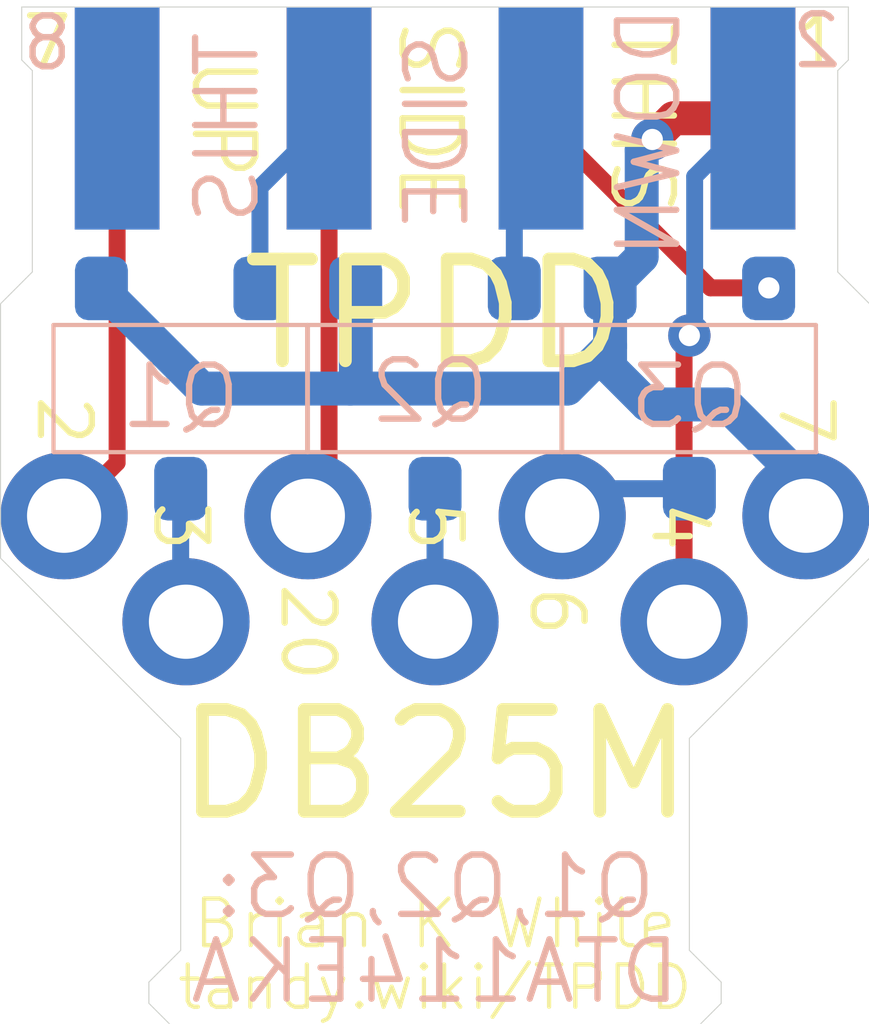
<source format=kicad_pcb>
(kicad_pcb (version 20171130) (host pcbnew 5.1.2-f72e74a~84~ubuntu19.04.1)

  (general
    (thickness 1.6)
    (drawings 61)
    (tracks 41)
    (zones 0)
    (modules 5)
    (nets 11)
  )

  (page USLetter)
  (layers
    (0 Top signal)
    (31 Bottom signal)
    (32 B.Adhes user hide)
    (33 F.Adhes user hide)
    (34 B.Paste user hide)
    (35 F.Paste user hide)
    (36 B.SilkS user)
    (37 F.SilkS user)
    (38 B.Mask user hide)
    (39 F.Mask user hide)
    (40 Dwgs.User user hide)
    (41 Cmts.User user hide)
    (42 Eco1.User user hide)
    (43 Eco2.User user hide)
    (44 Edge.Cuts user)
    (45 Margin user hide)
    (46 B.CrtYd user hide)
    (47 F.CrtYd user hide)
    (48 B.Fab user hide)
    (49 F.Fab user hide)
  )

  (setup
    (last_trace_width 0.4064)
    (user_trace_width 0.4064)
    (trace_clearance 0.1524)
    (zone_clearance 0.508)
    (zone_45_only no)
    (trace_min 0.1524)
    (via_size 0.508)
    (via_drill 0.254)
    (via_min_size 0.508)
    (via_min_drill 0.254)
    (user_via 0.6096 0.3048)
    (uvia_size 0.508)
    (uvia_drill 0.254)
    (uvias_allowed no)
    (uvia_min_size 0.508)
    (uvia_min_drill 0.254)
    (edge_width 0.0127)
    (segment_width 0.2032)
    (pcb_text_width 0.1524)
    (pcb_text_size 1.2192 1.2192)
    (mod_edge_width 0.0508)
    (mod_text_size 0.6096 0.6096)
    (mod_text_width 0.0508)
    (pad_size 1.524 1.524)
    (pad_drill 0.889)
    (pad_to_mask_clearance 0)
    (aux_axis_origin 0 0)
    (grid_origin 144.993 83.6295)
    (visible_elements FFFFFF7F)
    (pcbplotparams
      (layerselection 0x010fc_ffffffff)
      (usegerberextensions false)
      (usegerberattributes false)
      (usegerberadvancedattributes false)
      (creategerberjobfile false)
      (excludeedgelayer true)
      (linewidth 0.100000)
      (plotframeref false)
      (viasonmask false)
      (mode 1)
      (useauxorigin false)
      (hpglpennumber 1)
      (hpglpenspeed 20)
      (hpglpendiameter 15.000000)
      (psnegative false)
      (psa4output false)
      (plotreference true)
      (plotvalue true)
      (plotinvisibletext false)
      (padsonsilk false)
      (subtractmaskfromsilk false)
      (outputformat 1)
      (mirror false)
      (drillshape 1)
      (scaleselection 1)
      (outputdirectory ""))
  )

  (net 0 "")
  (net 1 /RX_232)
  (net 2 /RTS)
  (net 3 /CTS_232)
  (net 4 /DSR_232)
  (net 5 GNDS)
  (net 6 /DTR)
  (net 7 /RX_TTL)
  (net 8 /CTS_TTL)
  (net 9 /DSR_TTL)
  (net 10 /TX)

  (net_class Default "This is the default net class."
    (clearance 0.1524)
    (trace_width 0.2032)
    (via_dia 0.508)
    (via_drill 0.254)
    (uvia_dia 0.508)
    (uvia_drill 0.254)
    (diff_pair_width 0.2032)
    (diff_pair_gap 0.254)
    (add_net /CTS_232)
    (add_net /CTS_TTL)
    (add_net /DSR_232)
    (add_net /DSR_TTL)
    (add_net /DTR)
    (add_net /RTS)
    (add_net /RX_232)
    (add_net /RX_TTL)
    (add_net /TX)
    (add_net GNDS)
  )

  (module 000_LOCAL:SSQ-104-01-G-D (layer Top) (tedit 5D284CBD) (tstamp 5D2D423B)
    (at 148.803 82.296)
    (path /5D30AFD8)
    (fp_text reference J2 (at -1.27 -0.127 -90 unlocked) (layer F.SilkS) hide
      (effects (font (size 0.6096 0.6096) (thickness 0.0508)))
    )
    (fp_text value TPDD (at -3.81 2.286) (layer F.Fab)
      (effects (font (size 0.4572 0.4572) (thickness 0.00254)))
    )
    (fp_text user 8 (at -8.4582 -0.9017 unlocked) (layer B.SilkS)
      (effects (font (size 0.6096 0.6096) (thickness 0.0762)) (justify mirror))
    )
    (fp_text user 2 (at 0.762 -0.9271 unlocked) (layer B.SilkS)
      (effects (font (size 0.6096 0.6096) (thickness 0.0762)) (justify mirror))
    )
    (fp_text user 7 (at -8.4582 -0.9017 unlocked) (layer F.SilkS)
      (effects (font (size 0.6096 0.6096) (thickness 0.0762)))
    )
    (fp_text user 1 (at 0.7874 -0.9271 unlocked) (layer F.SilkS)
      (effects (font (size 0.6096 0.6096) (thickness 0.0762)))
    )
    (pad 2 smd rect (at 0 0) (size 1.016 2.667) (layers Bottom B.Paste B.Mask)
      (net 2 /RTS))
    (pad 4 smd rect (at -2.54 0) (size 1.016 2.667) (layers Bottom B.Paste B.Mask)
      (net 8 /CTS_TTL))
    (pad 6 smd rect (at -5.08 0) (size 1.016 2.667) (layers Bottom B.Paste B.Mask)
      (net 7 /RX_TTL))
    (pad 8 smd rect (at -7.62 0) (size 1.016 2.667) (layers Bottom B.Paste B.Mask))
    (pad 7 smd rect (at -7.62 0) (size 1.016 2.667) (layers Top F.Paste F.Mask)
      (net 10 /TX))
    (pad 5 smd rect (at -5.08 0) (size 1.016 2.667) (layers Top F.Paste F.Mask)
      (net 6 /DTR))
    (pad 3 smd rect (at -2.54 0) (size 1.016 2.667) (layers Top F.Paste F.Mask)
      (net 9 /DSR_TTL))
    (pad 1 smd rect (at 0 0) (size 1.016 2.667) (layers Top F.Paste F.Mask)
      (net 5 GNDS))
    (model ${KIPRJMOD}/000_LOCAL.pretty/3d/SSQ-104-01-G-D.step
      (offset (xyz 0 1.27 0.381))
      (scale (xyz 1 1 1))
      (rotate (xyz 0 90 90))
    )
  )

  (module 000_LOCAL:1x7x2mm (layer Top) (tedit 5D28423B) (tstamp 5D2D4300)
    (at 146.1995 86.8045)
    (descr "Through hole straight pin header, 1x07, 1.27mm pitch, single row")
    (tags "Through hole pin header THT 1x07 1.27mm single row")
    (path /5D2F62A9)
    (fp_text reference J1 (at 0 -1.695) (layer F.SilkS) hide
      (effects (font (size 1 1) (thickness 0.15)))
    )
    (fp_text value Conn_01x07 (at 0 9.315 180 unlocked) (layer F.Fab) hide
      (effects (font (size 1 1) (thickness 0.15)))
    )
    (fp_text user %R (at 0 3.81 90) (layer F.Fab) hide
      (effects (font (size 1 1) (thickness 0.15)))
    )
    (pad 7 thru_hole circle (at -5.6515 0.254 270) (size 1.524 1.524) (drill 0.889) (layers *.Cu *.Mask)
      (net 10 /TX))
    (pad 6 thru_hole circle (at -4.191 1.524 270) (size 1.524 1.524) (drill 0.889) (layers *.Cu *.Mask)
      (net 1 /RX_232))
    (pad 5 thru_hole circle (at -2.7305 0.254 270) (size 1.524 1.524) (drill 0.889) (layers *.Cu *.Mask)
      (net 6 /DTR))
    (pad 4 thru_hole circle (at -1.2065 1.524 270) (size 1.524 1.524) (drill 0.889) (layers *.Cu *.Mask)
      (net 3 /CTS_232))
    (pad 3 thru_hole circle (at 0.3175 0.254 270) (size 1.524 1.524) (drill 0.889) (layers *.Cu *.Mask)
      (net 4 /DSR_232))
    (pad 2 thru_hole circle (at 1.778 1.524 270) (size 1.524 1.524) (drill 0.889) (layers *.Cu *.Mask)
      (net 2 /RTS))
    (pad 1 thru_hole circle (at 3.2385 0.254 270) (size 1.524 1.524) (drill 0.889) (layers *.Cu *.Mask)
      (net 5 GNDS))
    (model ${KISYS3DMOD}/Pin_Headers.3dshapes/Pin_Header_Straight_1x07_Pitch1.27mm.wrl
      (at (xyz 0 0 0))
      (scale (xyz 1 1 1))
      (rotate (xyz 0 0 0))
    )
  )

  (module 000_LOCAL:SC-59 (layer Bottom) (tedit 5D269DED) (tstamp 5D2D4324)
    (at 141.945 85.5345 270)
    (descr "SC-59, https://lib.chipdip.ru/images/import_diod/original/SOT-23_SC-59.jpg")
    (tags SC-59)
    (path /5D26D98F)
    (attr smd)
    (fp_text reference Q1 (at -0.3175 0.762 unlocked) (layer B.SilkS)
      (effects (font (size 0.7112 0.7112) (thickness 0.0762)) (justify right top mirror))
    )
    (fp_text value DTA114E (at -1.905 -3.175 90) (layer B.Fab) hide
      (effects (font (size 1.2065 1.2065) (thickness 0.1016)) (justify right top mirror))
    )
    (fp_line (start -0.762 -1.516) (end 0.762 -1.516) (layer B.SilkS) (width 0.0508))
    (fp_line (start -0.762 1.524) (end 0.762 1.524) (layer B.SilkS) (width 0.0508))
    (fp_line (start -0.762 1.524) (end -0.762 -1.516) (layer B.SilkS) (width 0.0508))
    (fp_text user %R (at 0 0) (layer B.Fab) hide
      (effects (font (size 0.5 0.5) (thickness 0.075)) (justify mirror))
    )
    (fp_line (start 0.762 1.516) (end 0.762 -1.524) (layer B.SilkS) (width 0.0508))
    (pad 1 smd roundrect (at -1.2 0.95 270) (size 0.762 0.635) (layers Bottom B.Paste B.Mask) (roundrect_rratio 0.25)
      (net 5 GNDS))
    (pad 2 smd roundrect (at -1.2 -0.95 270) (size 0.762 0.635) (layers Bottom B.Paste B.Mask) (roundrect_rratio 0.25)
      (net 7 /RX_TTL))
    (pad 3 smd roundrect (at 1.2 0 270) (size 0.762 0.635) (layers Bottom B.Paste B.Mask) (roundrect_rratio 0.25)
      (net 1 /RX_232))
    (model ${KIPRJMOD}/000_LOCAL.pretty/3d/SC-59.step
      (at (xyz 0 0 0))
      (scale (xyz 1 1 1))
      (rotate (xyz 0 0 0))
    )
  )

  (module 000_LOCAL:SC-59 (layer Bottom) (tedit 5D269DED) (tstamp 5D2D4345)
    (at 148.041 85.5345 270)
    (descr "SC-59, https://lib.chipdip.ru/images/import_diod/original/SOT-23_SC-59.jpg")
    (tags SC-59)
    (path /5D27E90F)
    (attr smd)
    (fp_text reference Q3 (at -0.3175 0.762 unlocked) (layer B.SilkS)
      (effects (font (size 0.7112 0.7112) (thickness 0.0762)) (justify right top mirror))
    )
    (fp_text value DTA114E (at -1.905 -3.175 90) (layer B.Fab) hide
      (effects (font (size 1.2065 1.2065) (thickness 0.1016)) (justify right top mirror))
    )
    (fp_line (start -0.762 -1.516) (end 0.762 -1.516) (layer B.SilkS) (width 0.0508))
    (fp_line (start -0.762 1.524) (end 0.762 1.524) (layer B.SilkS) (width 0.0508))
    (fp_line (start -0.762 1.524) (end -0.762 -1.516) (layer B.SilkS) (width 0.0508))
    (fp_text user %R (at 0 0) (layer B.Fab) hide
      (effects (font (size 0.5 0.5) (thickness 0.075)) (justify mirror))
    )
    (fp_line (start 0.762 1.516) (end 0.762 -1.524) (layer B.SilkS) (width 0.0508))
    (pad 1 smd roundrect (at -1.2 0.95 270) (size 0.762 0.635) (layers Bottom B.Paste B.Mask) (roundrect_rratio 0.25)
      (net 5 GNDS))
    (pad 2 smd roundrect (at -1.2 -0.95 270) (size 0.762 0.635) (layers Bottom B.Paste B.Mask) (roundrect_rratio 0.25)
      (net 9 /DSR_TTL))
    (pad 3 smd roundrect (at 1.2 0 270) (size 0.762 0.635) (layers Bottom B.Paste B.Mask) (roundrect_rratio 0.25)
      (net 4 /DSR_232))
    (model ${KIPRJMOD}/000_LOCAL.pretty/3d/SC-59.step
      (at (xyz 0 0 0))
      (scale (xyz 1 1 1))
      (rotate (xyz 0 0 0))
    )
  )

  (module 000_LOCAL:SC-59 (layer Bottom) (tedit 5D269DED) (tstamp 5D2D4366)
    (at 144.993 85.5345 270)
    (descr "SC-59, https://lib.chipdip.ru/images/import_diod/original/SOT-23_SC-59.jpg")
    (tags SC-59)
    (path /5D27D76F)
    (attr smd)
    (fp_text reference Q2 (at -0.381 0.8255 unlocked) (layer B.SilkS)
      (effects (font (size 0.7112 0.7112) (thickness 0.0762)) (justify right top mirror))
    )
    (fp_text value DTA114E (at -1.905 -3.175 90) (layer B.Fab) hide
      (effects (font (size 1.2065 1.2065) (thickness 0.1016)) (justify right top mirror))
    )
    (fp_line (start -0.762 -1.516) (end 0.762 -1.516) (layer B.SilkS) (width 0.0508))
    (fp_line (start -0.762 1.524) (end 0.762 1.524) (layer B.SilkS) (width 0.0508))
    (fp_line (start -0.762 1.524) (end -0.762 -1.516) (layer B.SilkS) (width 0.0508))
    (fp_text user %R (at 0 0) (layer B.Fab) hide
      (effects (font (size 0.5 0.5) (thickness 0.075)) (justify mirror))
    )
    (fp_line (start 0.762 1.516) (end 0.762 -1.524) (layer B.SilkS) (width 0.0508))
    (pad 1 smd roundrect (at -1.2 0.95 270) (size 0.762 0.635) (layers Bottom B.Paste B.Mask) (roundrect_rratio 0.25)
      (net 5 GNDS))
    (pad 2 smd roundrect (at -1.2 -0.95 270) (size 0.762 0.635) (layers Bottom B.Paste B.Mask) (roundrect_rratio 0.25)
      (net 8 /CTS_TTL))
    (pad 3 smd roundrect (at 1.2 0 270) (size 0.762 0.635) (layers Bottom B.Paste B.Mask) (roundrect_rratio 0.25)
      (net 3 /CTS_232))
    (model ${KIPRJMOD}/000_LOCAL.pretty/3d/SC-59.step
      (at (xyz 0 0 0))
      (scale (xyz 1 1 1))
      (rotate (xyz 0 0 0))
    )
  )

  (gr_text tandy.wiki/TPDD (at 144.993 92.71) (layer F.SilkS) (tstamp 5D2D595B)
    (effects (font (size 0.508 0.508) (thickness 0.0508)))
  )
  (gr_text THIS (at 147.4695 82.296 -90) (layer F.SilkS) (tstamp 5D2D57B0)
    (effects (font (size 0.7112 0.7112) (thickness 0.0762)))
  )
  (gr_text SIDE (at 144.9295 82.296 -90) (layer F.SilkS) (tstamp 5D2D578D)
    (effects (font (size 0.7112 0.7112) (thickness 0.0762)))
  )
  (gr_text Q1,Q2,Q3: (at 144.993 91.5035) (layer B.SilkS) (tstamp 5D2D5667)
    (effects (font (size 0.7112 0.7112) (thickness 0.0762)) (justify mirror))
  )
  (gr_circle (center 148.4728 92.0877) (end 148.9046 92.0877) (layer Dwgs.User) (width 0.0127) (tstamp 5D2D4FE7))
  (gr_circle (center 148.4728 89.9033) (end 148.9046 89.9033) (layer Dwgs.User) (width 0.0127) (tstamp 5D2D4FB7))
  (gr_circle (center 150.2508 83.9597) (end 150.6826 83.9597) (layer Dwgs.User) (width 0.0127) (tstamp 5D2D4FAB))
  (gr_circle (center 150.2508 81.9023) (end 150.6826 81.9023) (layer Dwgs.User) (width 0.0127))
  (gr_line (start 148.168 93.1545) (end 141.818 93.1545) (layer Edge.Cuts) (width 0.0127) (tstamp 5D2D4F2E))
  (gr_line (start 148.422 92.9005) (end 148.168 93.1545) (layer Edge.Cuts) (width 0.0127))
  (gr_line (start 148.422 92.6465) (end 148.422 92.9005) (layer Edge.Cuts) (width 0.0127))
  (gr_line (start 148.041 92.2655) (end 148.422 92.6465) (layer Edge.Cuts) (width 0.0127))
  (gr_line (start 148.041 89.7255) (end 148.041 92.2655) (layer Edge.Cuts) (width 0.0127))
  (gr_line (start 150.2 87.5665) (end 148.041 89.7255) (layer Edge.Cuts) (width 0.0127))
  (gr_line (start 150.2 84.5185) (end 150.2 87.5665) (layer Edge.Cuts) (width 0.0127))
  (gr_line (start 149.819 84.1375) (end 150.2 84.5185) (layer Edge.Cuts) (width 0.0127))
  (gr_line (start 149.819 81.7245) (end 149.819 84.1375) (layer Edge.Cuts) (width 0.0127))
  (gr_line (start 149.946 81.5975) (end 149.819 81.7245) (layer Edge.Cuts) (width 0.0127))
  (gr_line (start 149.946 80.9625) (end 149.946 81.5975) (layer Edge.Cuts) (width 0.0127))
  (gr_line (start 141.818 93.1545) (end 148.168 93.1545) (layer Dwgs.User) (width 0.0127))
  (gr_line (start 141.564 92.9005) (end 148.422 92.9005) (layer Dwgs.User) (width 0.0127))
  (gr_line (start 141.564 92.6465) (end 148.422 92.6465) (layer Dwgs.User) (width 0.0127))
  (gr_line (start 141.945 92.2655) (end 148.041 92.2655) (layer Dwgs.User) (width 0.0127))
  (gr_line (start 141.945 89.7255) (end 148.041 89.7255) (layer Dwgs.User) (width 0.0127))
  (gr_line (start 139.786 87.5665) (end 150.2 87.5665) (layer Dwgs.User) (width 0.0127))
  (gr_line (start 139.786 84.5185) (end 150.2 84.5185) (layer Dwgs.User) (width 0.0127))
  (gr_line (start 140.167 84.1375) (end 149.819 84.1375) (layer Dwgs.User) (width 0.0127))
  (gr_line (start 140.167 81.7245) (end 149.819 81.7245) (layer Dwgs.User) (width 0.0127))
  (gr_line (start 140.04 81.5975) (end 149.946 81.5975) (layer Dwgs.User) (width 0.0127))
  (gr_line (start 140.04 80.9625) (end 149.946 80.9625) (layer Edge.Cuts) (width 0.0127))
  (gr_circle (center 144.993 83.6295) (end 140.04 80.9625) (layer Dwgs.User) (width 0.0127))
  (gr_line (start 141.564 92.9005) (end 141.818 93.1545) (layer Edge.Cuts) (width 0.0127))
  (gr_line (start 141.564 92.6465) (end 141.564 92.9005) (layer Edge.Cuts) (width 0.0127))
  (gr_line (start 141.945 92.2655) (end 141.564 92.6465) (layer Edge.Cuts) (width 0.0127))
  (gr_line (start 141.945 89.7255) (end 141.945 92.2655) (layer Edge.Cuts) (width 0.0127))
  (gr_line (start 139.786 87.5665) (end 141.945 89.7255) (layer Edge.Cuts) (width 0.0127))
  (gr_line (start 139.786 84.5185) (end 139.786 87.5665) (layer Edge.Cuts) (width 0.0127))
  (gr_line (start 140.167 84.1375) (end 139.786 84.5185) (layer Edge.Cuts) (width 0.0127))
  (gr_line (start 140.167 81.7245) (end 140.167 84.1375) (layer Edge.Cuts) (width 0.0127))
  (gr_line (start 140.04 81.5975) (end 140.167 81.7245) (layer Edge.Cuts) (width 0.0127))
  (gr_line (start 140.04 80.9625) (end 140.04 81.5975) (layer Edge.Cuts) (width 0.0127))
  (gr_line (start 140.675 83.6295) (end 149.311 83.6295) (layer Dwgs.User) (width 0.0127) (tstamp 5D2D4C4A))
  (gr_line (start 144.993 82.296) (end 144.993 93.1545) (layer Dwgs.User) (width 0.0127))
  (gr_line (start 144.993 82.296) (end 144.993 80.9625) (layer Dwgs.User) (width 0.0127))
  (gr_line (start 140.675 80.9625) (end 149.311 83.6295) (layer Dwgs.User) (width 0.0127))
  (gr_line (start 140.675 83.6295) (end 149.311 80.9625) (layer Dwgs.User) (width 0.0127) (tstamp 5D2D4495))
  (gr_text UP (at 142.453 82.296 -90) (layer F.SilkS) (tstamp 5D2D5758)
    (effects (font (size 0.7112 0.7112) (thickness 0.0762)))
  )
  (gr_text THIS (at 142.5038 82.4103 -270) (layer B.SilkS) (tstamp 5D2D42B4)
    (effects (font (size 0.7112 0.7112) (thickness 0.0762)) (justify mirror))
  )
  (gr_text SIDE (at 145.0184 82.4611 -270) (layer B.SilkS) (tstamp 5D2D42B1)
    (effects (font (size 0.7112 0.7112) (thickness 0.0762)) (justify mirror))
  )
  (gr_text DTA114EKA (at 144.993 92.5195) (layer B.SilkS) (tstamp 5D2D42AE)
    (effects (font (size 0.7112 0.7112) (thickness 0.0762)) (justify mirror))
  )
  (gr_text DB25M (at 144.993 90.043) (layer F.SilkS) (tstamp 5D2D514A)
    (effects (font (size 1.2192 1.2192) (thickness 0.1524)))
  )
  (gr_text "Brian K White" (at 144.993 91.948) (layer F.SilkS) (tstamp 5D2D42A8)
    (effects (font (size 0.5588 0.5588) (thickness 0.0508)))
  )
  (gr_text DOWN (at 147.5584 82.4611 -270) (layer B.SilkS) (tstamp 5D2D42A5)
    (effects (font (size 0.7112 0.7112) (thickness 0.0762)) (justify mirror))
  )
  (gr_text 4 (at 147.914 87.1855 -90) (layer F.SilkS) (tstamp 5D2D42A2)
    (effects (font (size 0.6096 0.6096) (thickness 0.0762)))
  )
  (gr_text 5 (at 144.993 87.1855 -90) (layer F.SilkS) (tstamp 5D2D429F)
    (effects (font (size 0.6096 0.6096) (thickness 0.0762)))
  )
  (gr_text 3 (at 141.945 87.1855 -90) (layer F.SilkS) (tstamp 5D2D429C)
    (effects (font (size 0.6096 0.6096) (thickness 0.0762)))
  )
  (gr_text 2 (at 140.548 85.9155 -90) (layer F.SilkS) (tstamp 5D2D4299)
    (effects (font (size 0.6096 0.6096) (thickness 0.0762)))
  )
  (gr_text 20 (at 143.469 88.4555 -90) (layer F.SilkS) (tstamp 5D2D4296)
    (effects (font (size 0.6096 0.6096) (thickness 0.0762)))
  )
  (gr_text 6 (at 146.4535 88.2015 -90) (layer F.SilkS) (tstamp 5D2D4263)
    (effects (font (size 0.6096 0.6096) (thickness 0.0762)))
  )
  (gr_text 7 (at 149.438 85.9155 -90) (layer F.SilkS) (tstamp 5D2D4260)
    (effects (font (size 0.6096 0.6096) (thickness 0.0762)))
  )
  (gr_text TPDD (at 144.993 84.6455) (layer F.SilkS) (tstamp 5D2D425D)
    (effects (font (size 1.2192 1.2192) (thickness 0.1524)))
  )

  (via (at 148.9935 84.328) (size 0.508) (drill 0.254) (layers Top Bottom) (net 9))
  (segment (start 141.945 88.265) (end 142.0085 88.3285) (width 0.2032) (layer Bottom) (net 1) (tstamp 5D2D42BA))
  (segment (start 141.945 86.7345) (end 141.945 88.265) (width 0.2032) (layer Bottom) (net 1) (tstamp 5D2D41F4))
  (segment (start 148.041 84.8995) (end 147.9775 84.963) (width 0.2032) (layer Top) (net 2))
  (segment (start 147.9775 84.963) (end 147.9775 88.3285) (width 0.2032) (layer Top) (net 2))
  (via (at 148.041 84.8995) (size 0.508) (drill 0.254) (layers Top Bottom) (net 2))
  (segment (start 148.041 84.8995) (end 148.1045 84.836) (width 0.2032) (layer Bottom) (net 2))
  (segment (start 148.1045 82.9945) (end 148.803 82.296) (width 0.2032) (layer Bottom) (net 2))
  (segment (start 148.1045 84.836) (end 148.1045 82.9945) (width 0.2032) (layer Bottom) (net 2))
  (segment (start 144.993 86.7345) (end 144.993 88.3285) (width 0.2032) (layer Bottom) (net 3) (tstamp 5D2D4269))
  (segment (start 146.841 86.7345) (end 146.517 87.0585) (width 0.2032) (layer Bottom) (net 4) (tstamp 5D2D4266))
  (segment (start 148.041 86.7345) (end 146.841 86.7345) (width 0.2032) (layer Bottom) (net 4) (tstamp 5D2D42D8))
  (segment (start 147.091 84.3345) (end 147.091 85.024) (width 0.4064) (layer Bottom) (net 5) (tstamp 5D2D42D5))
  (segment (start 147.091 85.024) (end 146.5805 85.5345) (width 0.4064) (layer Bottom) (net 5) (tstamp 5D2D42D2))
  (segment (start 142.195 85.5345) (end 140.995 84.3345) (width 0.4064) (layer Bottom) (net 5) (tstamp 5D2D42CF))
  (segment (start 146.5805 85.5345) (end 143.977 85.5345) (width 0.4064) (layer Bottom) (net 5) (tstamp 5D2D42CC))
  (segment (start 144.043 85.4685) (end 143.977 85.5345) (width 0.4064) (layer Bottom) (net 5) (tstamp 5D2D422A))
  (segment (start 144.043 84.3345) (end 144.043 85.4685) (width 0.4064) (layer Bottom) (net 5) (tstamp 5D2D4227))
  (segment (start 143.977 85.5345) (end 142.195 85.5345) (width 0.4064) (layer Bottom) (net 5) (tstamp 5D2D4224))
  (segment (start 148.803 82.296) (end 148.803 82.6135) (width 0.4064) (layer Top) (net 5) (tstamp 5D2D4221))
  (segment (start 148.4855 85.725) (end 149.438 86.6775) (width 0.4064) (layer Bottom) (net 5))
  (segment (start 147.533 85.725) (end 148.4855 85.725) (width 0.4064) (layer Bottom) (net 5))
  (segment (start 147.091 85.024) (end 147.091 85.283) (width 0.4064) (layer Bottom) (net 5))
  (segment (start 149.438 86.6775) (end 149.438 87.0585) (width 0.4064) (layer Bottom) (net 5))
  (segment (start 147.091 85.283) (end 147.533 85.725) (width 0.4064) (layer Bottom) (net 5))
  (segment (start 147.4695 83.956) (end 147.091 84.3345) (width 0.4064) (layer Bottom) (net 5))
  (segment (start 148.803 82.296) (end 147.8505 82.296) (width 0.4064) (layer Top) (net 5))
  (via (at 147.5965 82.55) (size 0.508) (drill 0.254) (layers Top Bottom) (net 5))
  (segment (start 147.8505 82.296) (end 147.5965 82.55) (width 0.4064) (layer Top) (net 5))
  (segment (start 147.5965 82.55) (end 147.4695 82.677) (width 0.4064) (layer Bottom) (net 5))
  (segment (start 147.4695 82.677) (end 147.4695 83.956) (width 0.4064) (layer Bottom) (net 5))
  (segment (start 143.723 86.8045) (end 143.469 87.0585) (width 0.2032) (layer Top) (net 6) (tstamp 5D2D42ED))
  (segment (start 143.723 82.296) (end 143.723 86.8045) (width 0.2032) (layer Top) (net 6) (tstamp 5D2D42EA))
  (segment (start 142.895 83.124) (end 143.723 82.296) (width 0.2032) (layer Bottom) (net 7) (tstamp 5D2D421E))
  (segment (start 142.895 84.3345) (end 142.895 83.124) (width 0.2032) (layer Bottom) (net 7) (tstamp 5D2D4203))
  (segment (start 145.943 82.616) (end 146.263 82.296) (width 0.2032) (layer Bottom) (net 8) (tstamp 5D2D4200))
  (segment (start 145.943 84.3345) (end 145.943 82.616) (width 0.2032) (layer Bottom) (net 8) (tstamp 5D2D41FD))
  (segment (start 148.295 84.328) (end 146.263 82.296) (width 0.2032) (layer Top) (net 9))
  (segment (start 148.9935 84.328) (end 148.295 84.328) (width 0.2032) (layer Top) (net 9))
  (segment (start 141.183 86.4235) (end 140.548 87.0585) (width 0.2032) (layer Top) (net 10) (tstamp 5D2D4290))
  (segment (start 141.183 82.296) (end 141.183 86.4235) (width 0.2032) (layer Top) (net 10) (tstamp 5D2D428D))

)

</source>
